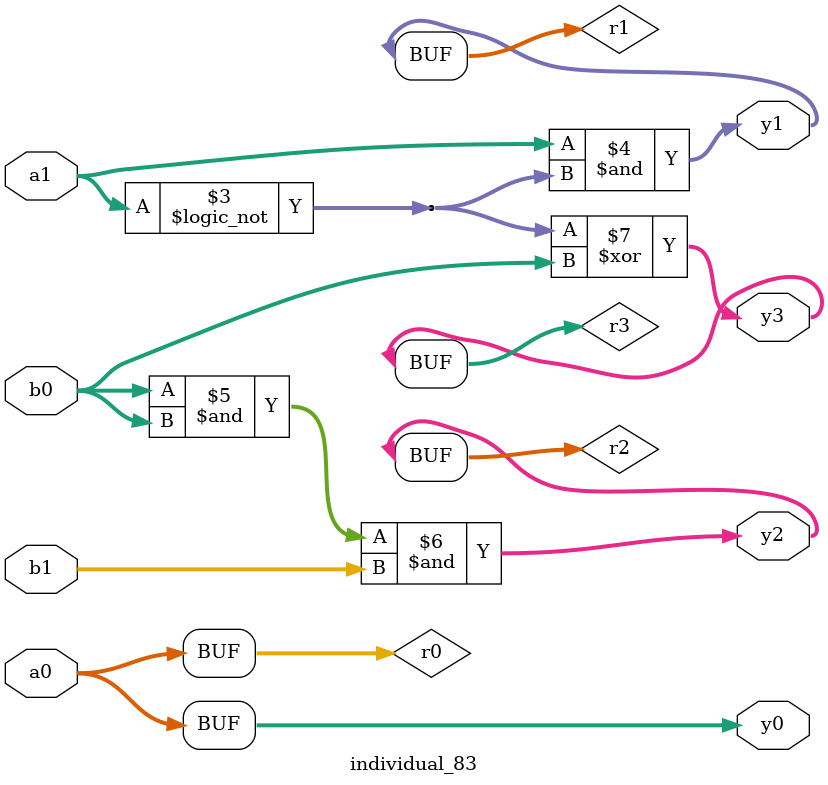
<source format=sv>
module individual_83(input logic [15:0] a1, input logic [15:0] a0, input logic [15:0] b1, input logic [15:0] b0, output logic [15:0] y3, output logic [15:0] y2, output logic [15:0] y1, output logic [15:0] y0);
logic [15:0] r0, r1, r2, r3; 
 always@(*) begin 
	 r0 = a0; r1 = a1; r2 = b0; r3 = b1; 
 	 r3 = ! r2 ;
 	 r3 = ! r1 ;
 	 r1  &=  r3 ;
 	 r2  &=  b0 ;
 	 r2  &=  b1 ;
 	 r3  ^=  b0 ;
 	 y3 = r3; y2 = r2; y1 = r1; y0 = r0; 
end
endmodule
</source>
